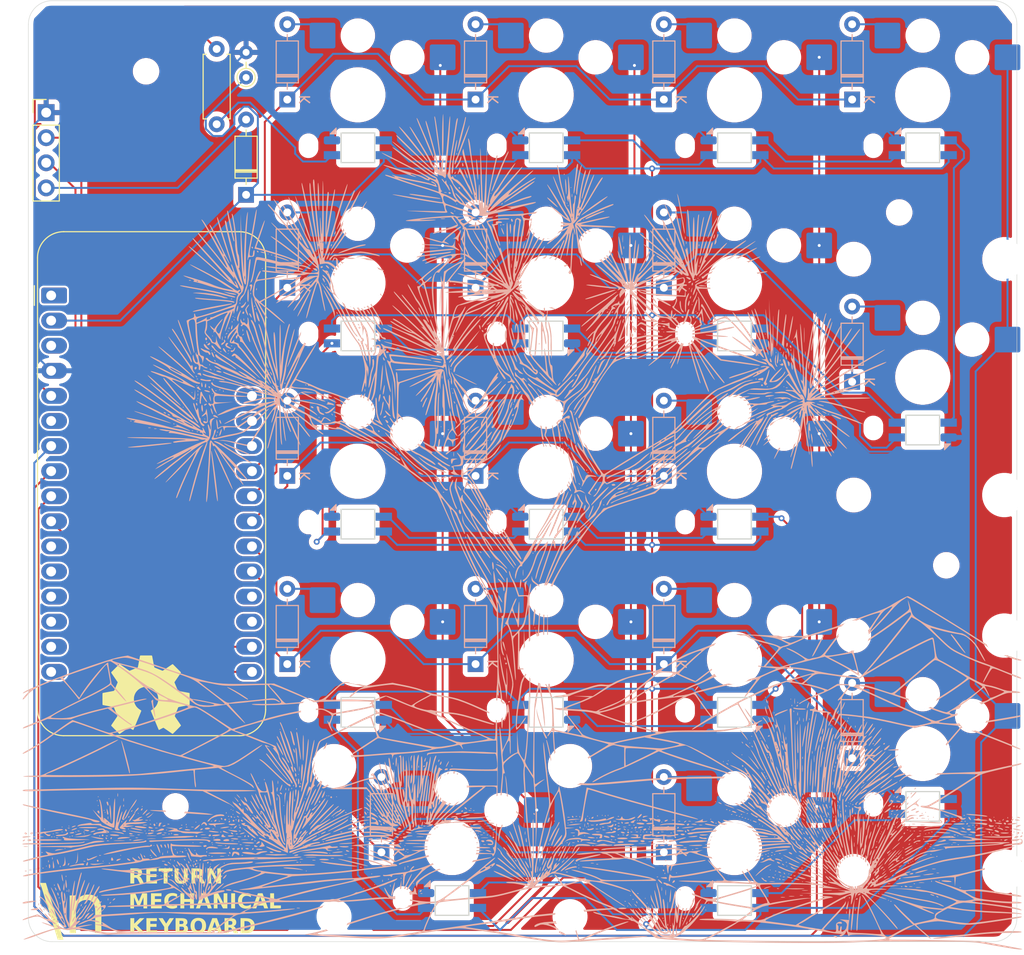
<source format=kicad_pcb>
(kicad_pcb (version 20240108) (generator "pcbnew") (generator_version "8.0")
  (layers (0 "F.Cu" signal) (31 "B.Cu" signal) (34 "B.Paste" user) (35 "F.Paste" user) (36 "B.SilkS" user "B.Silkscreen") (37 "F.SilkS" user "F.Silkscreen") (38 "B.Mask" user) (39 "F.Mask" user) (44 "Edge.Cuts" user))
  (net 0 "")
  (net 1 "+3.3V")
  (net 4 "LED_DIN")
  (net 12 "Net-(A1-SCL)")
  (net 13 "Net-(A1-SDA)")
  (net 19 "Net-(D1-A)")
  (net 20 "ROW0")
  (net 21 "Net-(D2-A)")
  (net 22 "Net-(D3-A)")
  (net 23 "Net-(D4-A)")
  (net 24 "ROW1")
  (net 25 "Net-(D5-A)")
  (net 26 "Net-(D6-A)")
  (net 27 "Net-(D7-A)")
  (net 28 "Net-(D8-A)")
  (net 29 "ROW2")
  (net 30 "Net-(D9-A)")
  (net 31 "Net-(D10-A)")
  (net 32 "Net-(D11-A)")
  (net 33 "ROW3")
  (net 34 "Net-(D13-A)")
  (net 35 "Net-(D14-A)")
  (net 36 "Net-(D15-A)")
  (net 37 "Net-(D16-A)")
  (net 38 "COL0")
  (net 39 "COL1")
  (net 40 "COL2")
  (net 41 "COL3")
  (net 42 "ROW4")
  (net 43 "Net-(D17-A)")
  (net 44 "Net-(D19-A)")
  (net 45 "Net-(D21-DOUT)")
  (net 46 "Net-(D22-DOUT)")
  (net 47 "Net-(D23-DOUT)")
  (net 48 "Net-(D24-DOUT)")
  (net 49 "Net-(D25-DOUT)")
  (net 50 "Net-(D26-DOUT)")
  (net 51 "Net-(D27-DOUT)")
  (net 52 "Net-(D28-DOUT)")
  (net 53 "Net-(D29-DOUT)")
  (net 54 "Net-(D30-DOUT)")
  (net 55 "Net-(D31-DOUT)")
  (net 56 "Net-(D32-DOUT)")
  (net 57 "Net-(D33-DOUT)")
  (net 58 "Net-(D34-DOUT)")
  (net 59 "Net-(D35-DOUT)")
  (net 60 "Net-(D12-DIN)")
  (net 62 "Net-(D18-A)")
  (net 63 "GND")
  (net 64 "Net-(D21-DIN)")
  (footprint "LOGO" (layer "F.Cu") (at 73.8203 46.43535)
    (property "Reference" "G***" (hide yes))
    (property "Value" "LOGO" (hide yes))
  )
  (footprint "Module:Adafruit_Feather" (layer "F.Cu") (at 26.11535 29.84)
    (property "Reference" "A1" (hide yes))
    (property "Value" "Adafruit_Feather_Generic")
  )
  (footprint "MountingHole:MountingHole_2.2mm_M2" (layer "F.Cu") (at 38.696125 81.559525)
    (property "Reference" "REF**" (hide yes))
    (property "Value" "MountingHole_2.2mm_M2" (hide yes))
  )
  (footprint "Keebio-Parts:SK6812-MINI-E" (layer "F.Cu") (at 95.252 33.933525)
    (property "Reference" "D26" (hide yes))
    (property "Value" "SK6812MINI" (hide yes))
    (fp_line (start -1.7 -1.5) (end 1.7 -1.5) (stroke (width 0.12)) (layer "Edge.Cuts"))
    (fp_line (start -1.7 1.5) (end -1.7 -1.5) (stroke (width 0.12)) (layer "Edge.Cuts"))
    (fp_line (start 1.7 -1.5) (end 1.7 1.5) (stroke (width 0.12)) (layer "Edge.Cuts"))
    (fp_line (start 1.7 1.5) (end -1.7 1.5) (stroke (width 0.12)) (layer "Edge.Cuts"))
  )
  (footprint "Keebio-Parts:SK6812-MINI-E" (layer "F.Cu") (at 95.252 72.034325)
    (property "Reference" "D32" (hide yes))
    (property "Value" "SK6812MINI" (hide yes))
    (fp_line (start -1.7 -1.5) (end 1.7 -1.5) (stroke (width 0.12)) (layer "Edge.Cuts"))
    (fp_line (start -1.7 1.5) (end -1.7 -1.5) (stroke (width 0.12)) (layer "Edge.Cuts"))
    (fp_line (start 1.7 -1.5) (end 1.7 1.5) (stroke (width 0.12)) (layer "Edge.Cuts"))
    (fp_line (start 1.7 1.5) (end -1.7 1.5) (stroke (width 0.12)) (layer "Edge.Cuts"))
  )
  (footprint "Keebio-Parts:SK6812-MINI-E" (layer "F.Cu") (at 95.252 52.983925 180)
    (property "Reference" "D31" (hide yes))
    (property "Value" "SK6812MINI" (hide yes))
    (fp_line (start 1.7 1.5) (end -1.7 1.5) (stroke (width 0.12)) (layer "Edge.Cuts"))
    (fp_line (start 1.7 -1.5) (end 1.7 1.5) (stroke (width 0.12)) (layer "Edge.Cuts"))
    (fp_line (start -1.7 1.5) (end -1.7 -1.5) (stroke (width 0.12)) (layer "Edge.Cuts"))
    (fp_line (start -1.7 -1.5) (end 1.7 -1.5) (stroke (width 0.12)) (layer "Edge.Cuts"))
  )
  (footprint "Keebio-Parts:SK6812-MINI-E" (layer "F.Cu") (at 57.1512 72.034325)
    (property "Reference" "D34" (hide yes))
    (property "Value" "SK6812MINI" (hide yes))
    (fp_line (start -1.7 -1.5) (end 1.7 -1.5) (stroke (width 0.12)) (layer "Edge.Cuts"))
    (fp_line (start -1.7 1.5) (end -1.7 -1.5) (stroke (width 0.12)) (layer "Edge.Cuts"))
    (fp_line (start 1.7 -1.5) (end 1.7 1.5) (stroke (width 0.12)) (layer "Edge.Cuts"))
    (fp_line (start 1.7 1.5) (end -1.7 1.5) (stroke (width 0.12)) (layer "Edge.Cuts"))
  )
  (footprint "MountingHole:MountingHole_2.2mm_M2" (layer "F.Cu") (at 116.6837 57.1512)
    (property "Reference" "REF**" (hide yes))
    (property "Value" "MountingHole_2.2mm_M2" (hide yes))
  )
  (footprint "Diode_THT:D_DO-35_SOD27_P7.62mm_Horizontal" (layer "F.Cu") (at 45.840025 19.645725 90)
    (property "Reference" "D18" (hide yes))
    (property "Value" "D_Small")
  )
  (footprint "Keebio-Parts:SK6812-MINI-E" (layer "F.Cu") (at 114.3024 81.559525 180)
    (property "Reference" "D12" (hide yes))
    (property "Value" "SK6812MINI" (hide yes))
    (fp_line (start 1.7 1.5) (end -1.7 1.5) (stroke (width 0.12)) (layer "Edge.Cuts"))
    (fp_line (start 1.7 -1.5) (end 1.7 1.5) (stroke (width 0.12)) (layer "Edge.Cuts"))
    (fp_line (start -1.7 1.5) (end -1.7 -1.5) (stroke (width 0.12)) (layer "Edge.Cuts"))
    (fp_line (start -1.7 -1.5) (end 1.7 -1.5) (stroke (width 0.12)) (layer "Edge.Cuts"))
  )
  (footprint "Keebio-Parts:SK6812-MINI-E" (layer "F.Cu") (at 57.1512 14.883125 180)
    (property "Reference" "D21" (hide yes))
    (property "Value" "SK6812MINI" (hide yes))
    (fp_line (start 1.7 1.5) (end -1.7 1.5) (stroke (width 0.12)) (layer "Edge.Cuts"))
    (fp_line (start 1.7 -1.5) (end 1.7 1.5) (stroke (width 0.12)) (layer "Edge.Cuts"))
    (fp_line (start -1.7 1.5) (end -1.7 -1.5) (stroke (width 0.12)) (layer "Edge.Cuts"))
    (fp_line (start -1.7 -1.5) (end 1.7 -1.5) (stroke (width 0.12)) (layer "Edge.Cuts"))
  )
  (footprint "Resistor_THT:R_Axial_DIN0207_L6.3mm_D2.5mm_P7.62mm_Horizontal" (layer "F.Cu") (at 42.8634 4.881825 -90)
    (property "Reference" "R1" (hide yes))
    (property "Value" "500")
  )
  (footprint "Keebio-Parts:SK6812-MINI-E" (layer "F.Cu") (at 76.2016 33.933525)
    (property "Reference" "D27" (hide yes))
    (property "Value" "SK6812MINI" (hide yes))
    (fp_line (start -1.7 -1.5) (end 1.7 -1.5) (stroke (width 0.12)) (layer "Edge.Cuts"))
    (fp_line (start -1.7 1.5) (end -1.7 -1.5) (stroke (width 0.12)) (layer "Edge.Cuts"))
    (fp_line (start 1.7 -1.5) (end 1.7 1.5) (stroke (width 0.12)) (layer "Edge.Cuts"))
    (fp_line (start 1.7 1.5) (end -1.7 1.5) (stroke (width 0.12)) (layer "Edge.Cuts"))
  )
  (footprint "Keebio-Parts:SK6812-MINI-E" (layer "F.Cu") (at 76.2016 14.883125 180)
    (property "Reference" "D22" (hide yes))
    (property "Value" "SK6812MINI" (hide yes))
    (fp_line (start 1.7 1.5) (end -1.7 1.5) (stroke (width 0.12)) (layer "Edge.Cuts"))
    (fp_line (start 1.7 -1.5) (end 1.7 1.5) (stroke (width 0.12)) (layer "Edge.Cuts"))
    (fp_line (start -1.7 1.5) (end -1.7 -1.5) (stroke (width 0.12)) (layer "Edge.Cuts"))
    (fp_line (start -1.7 -1.5) (end 1.7 -1.5) (stroke (width 0.12)) (layer "Edge.Cuts"))
  )
  (footprint "Keebio-Parts:SK6812-MINI-E" (layer "F.Cu") (at 95.252 14.883125 180)
    (property "Reference" "D23" (hide yes))
    (property "Value" "SK6812MINI" (hide yes))
    (fp_line (start 1.7 1.5) (end -1.7 1.5) (stroke (width 0.12)) (layer "Edge.Cuts"))
    (fp_line (start 1.7 -1.5) (end 1.7 1.5) (stroke (width 0.12)) (layer "Edge.Cuts"))
    (fp_line (start -1.7 1.5) (end -1.7 -1.5) (stroke (width 0.12)) (layer "Edge.Cuts"))
    (fp_line (start -1.7 -1.5) (end 1.7 -1.5) (stroke (width 0.12)) (layer "Edge.Cuts"))
  )
  (footprint "Alps_MX_Stabilizers:Alps-MX-Stabilizers-2U" (layer "F.Cu") (at 66.6764 85.7268 180)
    (property "Reference" "REF**" (hide yes))
    (property "Value" "2U" (hide yes))
  )
  (footprint "MountingHole:MountingHole_2.2mm_M2" (layer "F.Cu") (at 111.9211 21.4317)
    (property "Reference" "REF**" (hide yes))
    (property "Value" "MountingHole_2.2mm_M2" (hide yes))
  )
  (footprint "Keebio-Parts:SK6812-MINI-E" (layer "F.Cu") (at 66.6764 91.084725 180)
    (property "Reference" "D35" (hide yes))
    (property "Value" "SK6812MINI" (hide yes))
    (fp_line (start 1.7 1.5) (end -1.7 1.5) (stroke (width 0.12)) (layer "Edge.Cuts"))
    (fp_line (start 1.7 -1.5) (end 1.7 1.5) (stroke (width 0.12)) (layer "Edge.Cuts"))
    (fp_line (start -1.7 1.5) (end -1.7 -1.5) (stroke (width 0.12)) (layer "Edge.Cuts"))
    (fp_line (start -1.7 -1.5) (end 1.7 -1.5) (stroke (width 0.12)) (layer "Edge.Cuts"))
  )
  (footprint "Keebio-Parts:SK6812-MINI-E" (layer "F.Cu") (at 114.3024 14.883125 180)
    (property "Reference" "D24" (hide yes))
    (property "Value" "SK6812MINI" (hide yes))
    (fp_line (start 1.7 1.5) (end -1.7 1.5) (stroke (width 0.12)) (layer "Edge.Cuts"))
    (fp_line (start 1.7 -1.5) (end 1.7 1.5) (stroke (width 0.12)) (layer "Edge.Cuts"))
    (fp_line (start -1.7 1.5) (end -1.7 -1.5) (stroke (width 0.12)) (layer "Edge.Cuts"))
    (fp_line (start -1.7 -1.5) (end 1.7 -1.5) (stroke (width 0.12)) (layer "Edge.Cuts"))
  )
  (footprint "Keebio-Parts:SK6812-MINI-E" (layer "F.Cu") (at 57.1512 52.983925 180)
    (property "Reference" "D29" (hide yes))
    (property "Value" "SK6812MINI" (hide yes))
    (fp_line (start 1.7 1.5) (end -1.7 1.5) (stroke (width 0.12)) (layer "Edge.Cuts"))
    (fp_line (start 1.7 -1.5) (end 1.7 1.5) (stroke (width 0.12)) (layer "Edge.Cuts"))
    (fp_line (start -1.7 1.5) (end -1.7 -1.5) (stroke (width 0.12)) (layer "Edge.Cuts"))
    (fp_line (start -1.7 -1.5) (end 1.7 -1.5) (stroke (width 0.12)) (layer "Edge.Cuts"))
  )
  (footprint "Alps_MX_Stabilizers:Alps-MX-Stabilizers-2U-Vertical" (layer "F.Cu") (at 114.3024 38.1008 180)
    (property "Reference" "REF**" (hide yes))
    (property "Value" "2U-Vertical" (hide yes))
  )
  (footprint "LOGO" (layer "F.Cu") (at 35.7195 70.24835)
    (property "Reference" "G***" (hide yes))
    (property "Value" "LOGO" (hide yes))
  )
  (footprint "Keebio-Parts:SK6812-MINI-E" (layer "F.Cu") (at 76.2016 72.034325)
    (property "Reference" "D33" (hide yes))
    (property "Value" "SK6812MINI" (hide yes))
    (fp_line (start -1.7 -1.5) (end 1.7 -1.5) (stroke (width 0.12)) (layer "Edge.Cuts"))
    (fp_line (start -1.7 1.5) (end -1.7 -1.5) (stroke (width 0.12)) (layer "Edge.Cuts"))
    (fp_line (start 1.7 -1.5) (end 1.7 1.5) (stroke (width 0.12)) (layer "Edge.Cuts"))
    (fp_line (start 1.7 1.5) (end -1.7 1.5) (stroke (width 0.12)) (layer "Edge.Cuts"))
  )
  (footprint "Keebio-Parts:SK6812-MINI-E" (layer "F.Cu") (at 76.2016 52.983925 180)
    (property "Reference" "D30" (hide yes))
    (property "Value" "SK6812MINI" (hide yes))
    (fp_line (start 1.7 1.5) (end -1.7 1.5) (stroke (width 0.12)) (layer "Edge.Cuts"))
    (fp_line (start 1.7 -1.5) (end 1.7 1.5) (stroke (width 0.12)) (layer "Edge.Cuts"))
    (fp_line (start -1.7 1.5) (end -1.7 -1.5) (stroke (width 0.12)) (layer "Edge.Cuts"))
    (fp_line (start -1.7 -1.5) (end 1.7 -1.5) (stroke (width 0.12)) (layer "Edge.Cuts"))
  )
  (footprint "Connector_PinHeader_2.54mm:PinHeader_1x04_P2.54mm_Vertical" (layer "F.Cu") (at 25.613 11.3252)
    (property "Reference" "J1" (hide yes))
    (property "Value" "Conn_01x04")
  )
  (footprint "Keebio-Parts:SK6812-MINI-E" (layer "F.Cu") (at 114.3024 43.458725)
    (property "Reference" "D25" (hide yes))
    (property "Value" "SK6812MINI" (hide yes))
    (fp_line (start -1.7 -1.5) (end 1.7 -1.5) (stroke (width 0.12)) (layer "Edge.Cuts"))
    (fp_line (start -1.7 1.5) (end -1.7 -1.5) (stroke (width 0.12)) (layer "Edge.Cuts"))
    (fp_line (start 1.7 -1.5) (end 1.7 1.5) (stroke (width 0.12)) (layer "Edge.Cuts"))
    (fp_line (start 1.7 1.5) (end -1.7 1.5) (stroke (width 0.12)) (layer "Edge.Cuts"))
  )
  (footprint "MountingHole:MountingHole_2.2mm_M2" (layer "F.Cu") (at 35.7195 7.1439)
    (property "Reference" "REF**" (hide yes))
    (property "Value" "MountingHole_2.2mm_M2" (hide yes))
  )
  (footprint "Keebio-Parts:SK6812-MINI-E" (layer "F.Cu") (at 57.1512 33.933525)
    (property "Reference" "D28" (hide yes))
    (property "Value" "SK6812MINI" (hide yes))
    (fp_line (start -1.7 -1.5) (end 1.7 -1.5) (stroke (width 0.12)) (layer "Edge.Cuts"))
    (fp_line (start -1.7 1.5) (end -1.7 -1.5) (stroke (width 0.12)) (layer "Edge.Cuts"))
    (fp_line (start 1.7 -1.5) (end 1.7 1.5) (stroke (width 0.12)) (layer "Edge.Cuts"))
    (fp_line (start 1.7 1.5) (end -1.7 1.5) (stroke (width 0.12)) (layer "Edge.Cuts"))
  )
  (footprint "Resistor_THT:R_Axial_DIN0204_L3.6mm_D1.6mm_P2.54mm_Vertical" (layer "F.Cu") (at 45.840025 7.768575 90)
    (property "Reference" "C1" (hide yes))
    (property "Value" "1000uF")
  )
  (footprint "Keebio-Parts:SK6812-MINI-E" (layer "F.Cu") (at 95.252 91.084725 180)
    (property "Reference" "D36" (hide yes))
    (property "Value" "SK6812MINI" (hide yes))
    (fp_line (start 1.7 1.5) (end -1.7 1.5) (stroke (width 0.12)) (layer "Edge.Cuts"))
    (fp_line (start 1.7 -1.5) (end 1.7 1.5) (stroke (width 0.12)) (layer "Edge.Cuts"))
    (fp_line (start -1.7 1.5) (end -1.7 -1.5) (stroke (width 0.12)) (layer "Edge.Cuts"))
    (fp_line (start -1.7 -1.5) (end 1.7 -1.5) (stroke (width 0.12)) (layer "Edge.Cuts"))
  )
  (footprint "Alps_MX_Stabilizers:Alps-MX-Stabilizers-2U-Vertical" (layer "F.Cu") (at 114.3022 76.2016 180)
    (property "Reference" "REF**" (hide yes))
    (property "Value" "2U-Vertical" (hide yes))
  )
  (footprint "Kailh_PG1353_Hotswap:Kailh-PG1353-Hotswap-1U" (layer "B.Cu") (at 95.2518 47.6258 180)
    (property "Reference" "SW11" (hide yes))
    (property "Value" "SW_Push")
  )
  (footprint "Kailh_PG1353_Hotswap:Kailh-PG1353-Hotswap-1U" (layer "B.Cu") (at 114.3022 38.1008 180)
    (property "Reference" "SW8" (hide yes))
    (property "Value" "SW_Push")
  )
  (footprint "Kailh_PG1353_Hotswap:Kailh-PG1353-Hotswap-1U" (layer "B.Cu") (at 57.151 47.6258 180)
    (property "Reference" "SW9" (hide yes))
    (property "Value" "SW_Push")
  )
  (footprint "Diode_THT:D_DO-35_SOD27_P7.62mm_Horizontal" (layer "B.Cu") (at 59.5323 86.2029 90)
    (property "Reference" "D17" (hide yes))
    (property "Value" "D_Small")
  )
  (footprint "Kailh_PG1353_Hotswap:Kailh-PG1353-Hotswap-1U" (layer "B.Cu") (at 95.2518 9.525 180)
    (property "Reference" "SW3" (hide yes))
    (property "Value" "SW_Push")
  )
  (footprint "Diode_THT:D_DO-35_SOD27_P7.62mm_Horizontal" (layer "B.Cu") (at 50.0085 29.0517 90)
    (property "Reference" "D5" (hide yes))
    (property "Value" "D_Small")
  )
  (footprint "Diode_THT:D_DO-35_SOD27_P7.62mm_Horizontal" (layer "B.Cu") (at 107.1585 76.6777 90)
    (property "Reference" "D16" (hide yes))
    (property "Value" "D_Small")
  )
  (footprint "Diode_THT:D_DO-35_SOD27_P7.62mm_Horizontal" (layer "B.Cu") (at 88.1077 67.1525 90)
    (property "Reference" "D15" (hide yes))
    (property "Value" "D_Small")
  )
  (footprint "Diode_THT:D_DO-35_SOD27_P7.62mm_Horizontal" (layer "B.Cu") (at 69.0573 67.1525 90)
    (property "Reference" "D14" (hide yes))
    (property "Value" "D_Small")
  )
  (footprint "Diode_THT:D_DO-35_SOD27_P7.62mm_Horizontal" (layer "B.Cu") (at 69.0573 29.0517 90)
    (property "Reference" "D6" (hide yes))
    (property "Value" "D_Small")
  )
  (footprint "Kailh_PG1353_Hotswap:Kailh-PG1353-Hotswap-1U" (layer "B.Cu") (at 57.1518 28.5758 180)
    (property "Reference" "SW5" (hide yes))
    (property "Value" "SW_Push")
  )
  (footprint "Diode_THT:D_DO-35_SOD27_P7.62mm_Horizontal" (layer "B.Cu") (at 88.1077 86.2029 90)
    (property "Reference" "D19" (hide yes))
    (property "Value" "D_Small")
  )
  (footprint "Diode_THT:D_DO-35_SOD27_P7.62mm_Horizontal" (layer "B.Cu") (at 69.0573 10.0013 90)
    (property "Reference" "D2" (hide yes))
    (property "Value" "D_Small")
  )
  (footprint "Diode_THT:D_DO-35_SOD27_P7.62mm_Horizontal" (layer "B.Cu") (at 88.1077 29.0517 90)
    (property "Reference" "D7" (hide yes))
    (property "Value" "D_Small")
  )
  (footprint "Kailh_PG1353_Hotswap:Kailh-PG1353-Hotswap-1U" (layer "B.Cu") (at 114.3022 76.2016 180)
    (property "Reference" "SW16" (hide yes))
    (property "Value" "SW_Push")
  )
  (footprint "Kailh_PG1353_Hotswap:Kailh-PG1353-Hotswap-1U" (layer "B.Cu") (at 57.151 66.6762 180)
    (property "Reference" "SW13" (hide yes))
    (property "Value" "SW_Push")
  )
  (footprint "Kailh_PG1353_Hotswap:Kailh-PG1353-Hotswap-1U" (layer "B.Cu") (at 95.2518 28.5754 180)
    (property "Reference" "SW7" (hide yes))
    (property "Value" "SW_Push")
  )
  (footprint "Kailh_PG1353_Hotswap:Kailh-PG1353-Hotswap-1U" (layer "B.Cu") (at 76.2014 47.6258 180)
    (property "Reference" "SW10" (hide yes))
    (property "Value" "SW_Push")
  )
  (footprint "Diode_THT:D_DO-35_SOD27_P7.62mm_Horizontal" (layer "B.Cu") (at 88.1077 10.0013 90)
    (property "Reference" "D3" (hide yes))
    (property "Value" "D_Small")
  )
  (footprint "Kailh_PG1353_Hotswap:Kailh-PG1353-Hotswap-1U" (layer "B.Cu") (at 57.151 9.525 180)
    (property "Reference" "SW1" (hide yes))
    (property "Value" "SW_Push")
  )
  (footprint "Diode_THT:D_DO-35_SOD27_P7.62mm_Horizontal" (layer "B.Cu") (at 88.1077 48.1021 90)
    (property "Reference" "D11" (hide yes))
    (property "Value" "D_Small")
  )
  (footprint "Diode_THT:D_DO-35_SOD27_P7.62mm_Horizontal" (layer "B.Cu") (at 107.1581 38.5771 90)
    (property "Reference" "D8" (hide yes))
    (property "Value" "D_Small")
  )
  (footprint "Kailh_PG1353_Hotswap:Kailh-PG1353-Hotswap-1U" (layer "B.Cu") (at 76.2014 9.525 180)
    (property "Reference" "SW2" (hide yes))
    (property "Value" "SW_Push")
  )
  (footprint "Kailh_PG1353_Hotswap:Kailh-PG1353-Hotswap-1U" (layer "B.Cu") (at 76.2014 28.5754 180)
    (property "Reference" "SW6" (hide yes))
    (property "Value" "SW_Push")
  )
  (footprint "Kailh_PG1353_Hotswap:Kailh-PG1353-Hotswap-1U" (layer "B.Cu") (at 95.2518 85.7266 180)
    (property "Reference" "SW19" (hide yes))
    (property "Value" "SW_Push")
  )
  (footprint "Kailh_PG1353_Hotswap:Kailh-PG1353-Hotswap-1U" (layer "B.Cu") (at 114.3022 9.525 180)
    (property "Reference" "SW4" (hide yes))
    (property "Value" "SW_Push")
  )
  (footprint "Kailh_PG1353_Hotswap:Kailh-PG1353-Hotswap-1U" (layer "B.Cu") (at 76.2014 66.6762 180)
    (property "Reference" "SW14" (hide yes))
    (property "Value" "SW_Push")
  )
  (footprint "Diode_THT:D_DO-35_SOD27_P7.62mm_Horizontal" (layer "B.Cu") (at 50.0069 10.0013 90)
    (property "Reference" "D1" (hide yes))
    (property "Value" "D_Small")
  )
  (footprint "Diode_THT:D_DO-35_SOD27_P7.62mm_Horizontal" (layer "B.Cu") (at 50.0069 67.1525 90)
    (property "Reference" "D13" (hide yes))
    (property "Value" "D_Small")
  )
  (footprint "Diode_THT:D_DO-35_SOD27_P7.62mm_Horizontal" (layer "B.Cu") (at 50.0069 48.1021 90)
    (property "Reference" "D9" (hide yes))
    (property "Value" "D_Small")
  )
  (footprint "Kailh_PG1353_Hotswap:Kailh-PG1353-Hotswap-1U" (layer "B.Cu") (at 95.2518 66.6762 180)
    (property "Reference" "SW15" (hide yes))
    (property "Value" "SW_Push")
  )
  (footprint "Kailh_PG1353_Hotswap:Kailh-PG1353-Hotswap-1U" (layer "B.Cu") (at 66.6764 85.7266 180)
    (property "Reference" "SW17" (hide yes))
    (property "Value" "SW_Push")
  )
  (footprint "Diode_THT:D_DO-35_SOD27_P7.62mm_Horizontal" (layer "B.Cu") (at 69.0573 48.1021 90)
    (property "Reference" "D10" (hide yes))
    (property "Value" "D_Small")
  )
  (footprint "Diode_THT:D_DO-35_SOD27_P7.62mm_Horizontal" (layer "B.Cu") (at 107.1581 10.0013 90)
    (property "Reference" "D4" (hide yes))
    (property "Value" "D_Small")
  )
  (gr_arc (start 26.1943 95.252) (mid 24.510467 94.554533) (end 23.813 92.8707) (stroke (width 0.05)) (layer "Edge.Cuts"))
  (gr_line (start 123.8276 92.8707) (end 123.8276 2.3813) (stroke (width 0.05)) (layer "Edge.Cuts"))
  (gr_line (start 23.813 2.3813) (end 23.813 92.8707) (stroke (width 0.05)) (layer "Edge.Cuts"))
  (gr_arc (start 121.4463 0) (mid 123.130133 0.697467) (end 123.8276 2.3813) (stroke (width 0.05)) (layer "Edge.Cuts"))
  (gr_arc (start 123.8276 92.8707) (mid 123.130133 94.554533) (end 121.4463 95.252) (stroke (width 0.05)) (layer "Edge.Cuts"))
  (gr_line (start 26.1943 95.252) (end 121.4463 95.252) (stroke (width 0.05)) (layer "Edge.Cuts"))
  (gr_arc (start 23.813 2.3813) (mid 24.510467 0.697467) (end 26.1943 0) (stroke (width 0.05)) (layer "Edge.Cuts"))
  (gr_line (start 121.4463 0) (end 26.1943 0) (stroke (width 0.05)) (layer "Edge.Cuts"))
  (gr_text "RETURN\nMECHANICAL\nKEYBOARD" (at 33.933525 94.656675 0) (layer "F.SilkS") (effects (font (size 1.5 1.5) (thickness 0.3) (bold yes)) (justify left bottom)))
  (gr_text "\\n" (at 25.00365 95.252 0) (layer "F.SilkS") (effects (font (size 5 5) (thickness 0.1)) (justify left bottom)))
  (segment (start 86.91745 92.8707) (end 86.91745 69.653025) (width 0.2) (layer "F.Cu") (net 1))
  (segment (start 86.322125 93.466025) (end 86.91745 92.8707) (width 0.2) (layer "F.Cu") (net 1))
  (segment (start 86.91745 55.083925) (end 86.91745 31.833525) (width 0.2) (layer "F.Cu") (net 1))
  (segment (start 86.91745 69.653025) (end 86.91745 55.083925) (width 0.2) (layer "F.Cu") (net 1))
  (segment (start 86.91745 31.833525) (end 86.91745 16.983125) (width 0.2) (layer "F.Cu") (net 1))
  (via (at 86.91745 16.983125) (size 0.6) (drill 0.3) (layers "F.Cu" "B.Cu") (net 1))
  (via (at 86.91745 69.653025) (size 0.6) (drill 0.3) (layers "F.Cu" "B.Cu") (net 1))
  (via (at 86.91745 31.833525) (size 0.6) (drill 0.3) (layers "F.Cu" "B.Cu") (net 1))
  (via (at 86.91745 55.083925) (size 0.6) (drill 0.3) (layers "F.Cu" "B.Cu") (net 1))
  (via (at 86.322125 93.466025) (size 0.6) (drill 0.3) (layers "F.Cu" "B.Cu") (net 1))
  (segment (start 97.877 91.834725) (end 108.075728 91.834725) (width 0.2) (layer "B.Cu") (net 1))
  (segment (start 92.627 33.183525) (end 91.277 31.833525) (width 0.2) (layer "B.Cu") (net 1))
  (segment (start 55.202672 69.934325) (end 72.2266 69.934325) (width 0.2) (layer "B.Cu") (net 1))
  (segment (start 116.9274 16.306653) (end 116.9274 15.633125) (width 0.2) (layer "B.Cu") (net 1))
  (segment (start 98.214525 31.833525) (end 93.303472 31.833525) (width 0.2) (layer "B.Cu") (net 1))
  (segment (start 41.7634 11.8452) (end 41.7634 12.95746) (width 0.2) (layer "B.Cu") (net 1))
  (segment (start 72.2266 31.833525) (end 55.083925 31.833525) (width 0.2) (layer "B.Cu") (net 1))
  (segment (start 86.91745 69.653025) (end 90.9957 69.653025) (width 0.2) (layer "B.Cu") (net 1))
  (segment (start 97.877 16.306653) (end 97.877 15.633125) (width 0.2) (layer "B.Cu") (net 1))
  (segment (start 61.1262 16.983125) (end 78.150128 16.983125) (width 0.2) (layer "B.Cu") (net 1))
  (segment (start 55.083925 31.833525) (end 54.5262 32.39125) (width 0.2) (layer "B.Cu") (net 1))
  (segment (start 80.1766 16.983125) (end 86.91745 16.983125) (width 0.2) (layer "B.Cu") (net 1))
  (segment (start 54.5262 71.284325) (end 54.5262 70.610797) (width 0.2) (layer "B.Cu") (net 1))
  (segment (start 111.6774 42.708725) (end 108.645775 39.6771) (width 0.2) (layer "B.Cu") (net 1))
  (segment (start 43.458725 13.692475) (end 44.649375 12.501825) (width 0.2) (layer "B.Cu") (net 1))
  (segment (start 54.5262 70.610797) (end 55.202672 69.934325) (width 0.2) (layer "B.Cu") (net 1))
  (segment (start 97.877 54.407453) (end 97.877 53.733925) (width 0.2) (layer "B.Cu") (net 1))
  (segment (start 97.200528 55.083925) (end 97.877 54.407453) (width 0.2) (layer "B.Cu") (net 1))
  (segment (start 44.649375 12.501825) (end 44.649375 11.66074) (width 0.2) (layer "B.Cu") (net 1))
  (segment (start 106.0581 39.6771) (end 98.214525 31.833525) (width 0.2) (layer "B.Cu") (net 1))
  (segment (start 97.877 15.633125) (end 99.227 16.983125) (width 0.2) (layer "B.Cu") (net 1))
  (segment (start 59.7762 16.306653) (end 56.437128 19.645725) (width 0.2) (layer "B.Cu") (net 1))
  (segment (start 56.437128 19.645725) (end 45.840025 19.645725) (width 0.2) (layer "B.Cu") (net 1))
  (segment (start 74.253072 31.833525) (end 73.5766 32.509997) (width 0.2) (layer "B.Cu") (net 1))
  (segment (start 86.91745 16.983125) (end 97.200528 16.983125) (width 0.2) (layer "B.Cu") (net 1))
  (segment (start 73.5766 71.284325) (end 73.5766 70.610797) (width 0.2) (layer "B.Cu") (net 1))
  (segment (start 93.303472 31.833525) (end 92.627 32.509997) (width 0.2) (layer "B.Cu") (net 1))
  (segment (start 78.8266 16.306653) (end 78.8266 15.633125) (width 0.2) (layer "B.Cu") (net 1))
  (segment (start 86.91745 55.083925) (end 97.200528 55.083925) (width 0.2) (layer "B.Cu") (net 1))
  (segment (start 92.627 32.509997) (end 92.627 33.183525) (width 0.2) (layer "B.Cu") (net 1))
  (segment (start 108.075728 91.834725) (end 116.9274 82.983053) (width 0.2) (layer "B.Cu") (net 1))
  (segment (start 33.10575 32.38) (end 26.11535 32.38) (width 0.2) (layer "B.Cu") (net 1))
  (segment (start 80.1766 55.083925) (end 86.91745 55.083925) (width 0.2) (layer "B.Cu") (net 1))
  (segment (start 59.7762 53.733925) (end 61.1262 55.083925) (width 0.2) (layer "B.Cu") (net 1))
  (segment (start 59.7762 15.633125) (end 61.1262 16.983125) (width 0.2) (layer "B.Cu") (net 1))
  (segment (start 42.498415 13.692475) (end 43.458725 13.692475) (width 0.2) (layer "B.Cu") (net 1))
  (segment (start 45.840025 7.768575) (end 41.7634 11.8452) (width 0.2) (layer "B.Cu") (net 1))
  (segment (start 78.8266 53.733925) (end 80.1766 55.083925) (width 0.2) (layer "B.Cu") (net 1))
  (segment (start 91.277 31.833525) (end 74.253072 31.833525) (width 0.2) (layer "B.Cu") (net 1))
  (segment (start 73.5766 32.509997) (end 73.5766 33.183525) (width 0.2) (layer "B.Cu") (net 1))
  (segment (start 69.3014 91.834725) (end 71.528025 94.06135) (width 0.2) (layer "B.Cu") (net 1))
  (segment (start 78.150128 16.983125) (end 78.8266 16.306653) (width 0.2) (layer "B.Cu") (net 1))
  (segment (start 86.322125 94.06135) (end 96.323902 94.06135) (width 0.2) (layer "B.Cu") (net 1))
  (segment (start 78.8266 15.633125) (end 80.1766 16.983125) (width 0.2) (layer "B.Cu") (net 1))
  (segment (start 54.5262 32.39125) (end 54.5262 33.183525) (width 0.2) (layer "B.Cu") (net 1))
  (segment (start 44.649375 11.66074) (end 45.594265 10.71585) (width 0.2) (layer "B.Cu") (net 1))
  (segment (start 97.200528 16.983125) (end 97.877 16.306653) (width 0.2) (layer "B.Cu") (net 1))
  (segment (start 80.12195 90.8378) (end 83.3455 94.06135) (width 0.2) (layer "B.Cu") (net 1))
  (segment (start 96.323903 94.06135) (end 96.383276 94.001976) (width 0.2) (layer "B.Cu") (net 1))
  (segment (start 96.383276 94.001976) (end 97.877 92.508253) (width 0.2) (layer "B.Cu") (net 1))
  (segment (start 78.150128 55.083925) (end 78.8266 54.407453) (width 0.2) (layer "B.Cu") (net 1))
  (segment (start 116.9274 82.983053) (end 116.9274 82.309525) (width 0.2) (layer "B.Cu") (net 1))
  (segment (start 73.5766 33.183525) (end 72.2266 31.833525) (width 0.2) (layer "B.Cu") (net 1))
  (segment (start 71.528025 94.06135) (end 74.751575 90.8378) (width 0.2) (layer "B.Cu") (net 1))
  (segment (start 45.594265 10.71585) (end 46.085785 10.71585) (width 0.2) (layer "B.Cu") (net 1))
  (segment (start 96.323902 94.06135) (end 96.383276 94.001976) (width 0.2) (layer "B.Cu") (net 1))
  (segment (start 45.840025 19.645725) (end 33.10575 32.38) (width 0.2) (layer "B.Cu") (net 1))
  (segment (start 41.7634 12.95746) (end 42.498415 13.692475) (width 0.2) (layer "B.Cu") (net 1))
  (segment (start 72.2266 69.934325) (end 73.5766 71.284325) (width 0.2) (layer "B.Cu") (net 1))
  (segment (start 47.030675 18.455075) (end 45.840025 19.645725) (width 0.2) (layer "B.Cu") (net 1))
  (segment (start 97.877 92.508253) (end 97.877 91.834725) (width 0.2) (layer "B.Cu") (net 1))
  (segment (start 99.227 16.983125) (end 116.250928 16.983125) (width 0.2) (layer "B.Cu") (net 1))
  (segment (start 74.751575 90.8378) (end 80.12195 90.8378) (width 0.2) (layer "B.Cu") (net 1))
  (segment (start 116.250928 16.983125) (end 116.9274 16.306653) (width 0.2) (layer "B.Cu") (net 1))
  (segment (start 47.030675 11.66074) (end 47.030675 18.455075) (width 0.2) (layer "B.Cu") (net 1))
  (segment (start 78.8266 54.407453) (end 78.8266 53.733925) (width 0.2) (layer "B.Cu") (net 1))
  (segment (start 90.9957 69.653025) (end 92.627 71.284325) (width 0.2) (layer "B.Cu") (net 1))
  (segment (start 73.5766 70.610797) (end 74.534372 69.653025) (width 0.2) (layer "B.Cu") (net 1))
  (segment (start 86.322125 94.06135) (end 86.322125 93.466025) (width 0.2) (layer "B.Cu") (net 1))
  (segment (start 46.085785 10.71585) (end 47.030675 11.66074) (width 0.2) (layer "B.Cu") (net 1))
  (segment (start 108.645775 39.6771) (end 106.0581 39.6771) (width 0.2) (layer "B.Cu") (net 1))
  (segment (start 74.534372 69.653025) (end 86.91745 69.653025) (width 0.2) (layer "B.Cu") (net 1))
  (segment (start 83.3455 94.06135) (end 86.322125 94.06135) (width 0.2) (layer "B.Cu") (net 1))
  (segment (start 59.7762 15.633125) (end 59.7762 16.306653) (width 0.2) (layer "B.Cu") (net 1))
  (segment (start 61.1262 55.083925) (end 78.150128 55.083925) (width 0.2) (layer "B.Cu") (net 1))
  (segment (start 31.552225 1.19065) (end 39.172225 1.19065) (width 0.2) (layer "F.Cu") (net 4))
  (segment (start 24.463 38.34765) (end 24.463 13.042475) (width 0.2) (layer "F.Cu") (net 4))
  (segment (start 24.463 13.042475) (end 25.030275 12.4752) (width 0.2) (layer "F.Cu") (net 4))
  (segment (start 25.030275 12.4752) (end 24.463 12.4752) (width 0.2) (layer "F.Cu") (net 4))
  (segment (start 24.463 8.279875) (end 31.552225 1.19065) (width 0.2) (layer "F.Cu") (net 4))
  (segment (start 39.172225 1.19065) (end 42.8634 4.881825) (width 0.2) (layer "F.Cu") (net 4))
  (segment (start 26.11535 40) (end 24.463 38.34765) (width 0.2) (layer "F.Cu") (net 4))
  (segment (start 24.463 12.4752) (end 24.463 8.279875) (width 0.2) (layer "F.Cu") (net 4))
  (segment (start 29.170925 15.825489) (end 27.210636 13.8652) (width 0.2) (layer "F.Cu") (net 12))
  (segment (start 29.170925 15.825489) (end 29.170925 54.174575) (width 0.2) (layer "F.Cu") (net 12))
  (segment (start 29.170925 54.174575) (end 40.39635 65.4) (width 0.2) (layer "F.Cu") (net 12))
  (segment (start 40.39635 65.4) (end 46.43535 65.4) (width 0.2) (layer "F.Cu") (net 12))
  (segment (start 27.210636 13.8652) (end 25.613 13.8652) (width 0.2) (layer "F.Cu") (net 12))
  (segment (start 46.43535 67.94) (end 42.341025 67.94) (width 0.2) (layer "F.Cu") (net 13))
  (segment (start 25.9304 16.4052) (end 25.613 16.4052) (width 0.2) (layer "F.Cu") (net 13))
  (segment (start 42.341025 67.94) (end 28.5756 54.174575) (width 0.2) (layer "F.Cu") (net 13))
  (segment (start 28.5756 19.0504) (end 25.9304 16.4052) (width 0.2) (layer "F.Cu") (net 13))
  (segment (start 28.5756 54.174575) (end 28.5756 19.0504) (width 0.2) (layer "F.Cu") (net 13))
  (segment (start 50.0069 2.3813) (end 52.4323 2.3813) (width 0.2) (layer "B.Cu") (net 19))
  (segment (start 52.4323 2.3813) (end 53.576 3.525) (width 0.2) (layer "B.Cu") (net 19))
  (segment (start 47.73535 46.32) (end 46.43535 47.62) (width 0.2) (layer "F.Cu") (net 20))
  (segment (start 47.73535 12.27285) (end 47.73535 46.32) (width 0.2) (layer "F.Cu") (net 20))
  (segment (start 50.0069 10.0013) (end 47.73535 12.27285) (width 0.2) (layer "F.Cu") (net 20))
  (segment (start 79.25465 6.625) (end 82.63095 10.0013) (width 0.2) (layer "B.Cu") (net 20))
  (segment (start 72.4336 6.625) (end 79.25465 6.625) (width 0.2) (layer "B.Cu") (net 20))
  (segment (start 98.30505 6.625) (end 101.68135 10.0013) (width 0.2) (layer "B.Cu") (net 20))
  (segment (start 101.68135 10.0013) (end 107.1581 10.0013) (width 0.2) (layer "B.Cu") (net 20))
  (segment (start 88.1077 10.0013) (end 91.484 6.625) (width 0.2) (layer "B.Cu") (net 20))
  (segment (start 82.63095 10.0013) (end 88.1077 10.0013) (width 0.2) (layer "B.Cu") (net 20))
  (segment (start 59.184705 5.375) (end 63.811005 10.0013) (width 0.2) (layer "B.Cu") (net 20))
  (segment (start 54.6332 5.375) (end 59.184705 5.375) (width 0.2) (layer "B.Cu") (net 20))
  (segment (start 91.484 6.625) (end 98.30505 6.625) (width 0.2) (layer "B.Cu") (net 20))
  (segment (start 69.0573 10.0013) (end 72.4336 6.625) (width 0.2) (layer "B.Cu") (net 20))
  (segment (start 63.811005 10.0013) (end 69.0573 10.0013) (width 0.2) (layer "B.Cu") (net 20))
  (segment (start 50.0069 10.0013) (end 54.6332 5.375) (width 0.2) (layer "B.Cu") (net 20))
  (segment (start 69.0573 2.3813) (end 71.4827 2.3813) (width 0.2) (layer "B.Cu") (net 21))
  (segment (start 71.4827 2.3813) (end 72.6264 3.525) (width 0.2) (layer "B.Cu") (net 21))
  (segment (start 90.5331 2.3813) (end 91.6768 3.525) (width 0.2) (layer "B.Cu") (net 22))
  (segment (start 88.1077 2.3813) (end 90.5331 2.3813) (width 0.2) (layer "B.Cu") (net 22))
  (segment (start 109.5835 2.3813) (end 110.7272 3.525) (width 0.2) (layer "B.Cu") (net 23))
  (segment (start 107.1581 2.3813) (end 109.5835 2.3813) (width 0.2) (layer "B.Cu") (net 23))
  (segment (start 48.9069 47.68845) (end 46.43535 50.16) (width 0.2) (layer "F.Cu") (net 24))
  (segment (start 50.0085 29.0517) (end 48.9069 30.1533) (width 0.2) (layer "F.Cu") (net 24))
  (segment (start 48.9069 30.1533) (end 48.9069 47.68845) (width 0.2) (layer "F.Cu") (net 24))
  (segment (start 72.4336 25.6754) (end 79.25465 25.6754) (width 0.2) (layer "B.Cu") (net 24))
  (segment (start 82.63095 29.0517) (end 88.1077 29.0517) (width 0.2) (layer "B.Cu") (net 24))
  (segment (start 96.453019 25.6754) (end 107.1581 36.380481) (width 0.2) (layer "B.Cu") (net 24))
  (segment (start 60.435505 25.6758) (end 63.811405 29.0517) (width 0.2) (layer "B.Cu") (net 24))
  (segment (start 53.3844 25.6758) (end 60.435505 25.6758) (width 0.2) (layer "B.Cu") (net 24))
  (segment (start 107.1581 36.380481) (end 107.1581 38.5771) (width 0.2) (layer "B.Cu") (net 24))
  (segment (start 79.25465 25.6754) (end 82.63095 29.0517) (width 0.2) (layer "B.Cu") (net 24))
  (segment (start 88.1077 29.0517) (end 91.484 25.6754) (width 0.2) (layer "B.Cu") (net 24))
  (segment (start 63.811405 29.0517) (end 69.0573 29.0517) (width 0.2) (layer "B.Cu") (net 24))
  (segment (start 50.0085 29.0517) (end 53.3844 25.6758) (width 0.2) (layer "B.Cu") (net 24))
  (segment (start 91.484 25.6754) (end 96.453019 25.6754) (width 0.2) (layer "B.Cu") (net 24))
  (segment (start 69.0573 29.0517) (end 72.4336 25.6754) (width 0.2) (layer "B.Cu") (net 24))
  (segment (start 50.0085 21.4317) (end 52.4327 21.4317) (width 0.2) (layer "B.Cu") (net 25))
  (segment (start 52.4327 21.4317) (end 53.5768 22.5758) (width 0.2) (layer "B.Cu") (net 25))
  (segment (start 69.0573 21.4317) (end 71.4827 21.4317) (width 0.2) (layer "B.Cu") (net 26))
  (segment (start 71.4827 21.4317) (end 72.6264 22.5754) (width 0.2) (layer "B.Cu") (net 26))
  (segment (start 90.5331 21.4317) (end 91.6768 22.5754) (width 0.2) (layer "B.Cu") (net 27))
  (segment (start 88.1077 21.4317) (end 90.5331 21.4317) (width 0.2) (layer "B.Cu") (net 27))
  (segment (start 107.1581 30.9571) (end 109.5835 30.9571) (width 0.2) (layer "B.Cu") (net 28))
  (segment (start 109.5835 30.9571) (end 110.7272 32.1008) (width 0.2) (layer "B.Cu") (net 28))
  (segment (start 50.0069 49.12845) (end 46.43535 52.7) (width 0.2) (layer "F.Cu") (net 29))
  (segment (start 50.0069 48.1021) (end 50.0069 49.12845) (width 0.2) (layer "F.Cu") (net 29))
  (segment (start 69.0573 48.1021) (end 72.4336 44.7258) (width 0.2) (layer "B.Cu") (net 29))
  (segment (start 81.460625 48.1021) (end 88.1077 48.1021) (width 0.2) (layer "B.Cu") (net 29))
  (segment (start 78.084325 44.7258) (end 81.460625 48.1021) (width 0.2) (layer "B.Cu") (net 29))
  (segment (start 60.20425 44.7258) (end 63.58055 48.1021) (width 0.2) (layer "B.Cu") (net 29))
  (segment (start 72.4336 44.7258) (end 78.084325 44.7258) (width 0.2) (layer "B.Cu") (net 29))
  (segment (start 50.0069 48.1021) (end 53.3832 44.7258) (width 0.2) (layer "B.Cu") (net 29))
  (segment (start 53.3832 44.7258) (end 60.20425 44.7258) (width 0.2) (layer "B.Cu") (net 29))
  (segment (start 63.58055 48.1021) (end 69.0573 48.1021) (width 0.2) (layer "B.Cu") (net 29))
  (segment (start 50.0069 40.4821) (end 52.4323 40.4821) (width 0.2) (layer "B.Cu") (net 30))
  (segment (start 52.4323 40.4821) (end 53.576 41.6258) (width 0.2) (layer "B.Cu") (net 30))
  (segment (start 71.4827 40.4821) (end 72.6264 41.6258) (width 0.2) (layer "B.Cu") (net 31))
  (segment (start 69.0573 40.4821) (end 71.4827 40.4821) (width 0.2) (layer "B.Cu") (net 31))
  (segment (start 90.5331 40.4821) (end 91.6768 41.6258) (width 0.2) (layer "B.Cu") (net 32))
  (segment (start 88.1077 40.4821) (end 90.5331 40.4821) (width 0.2) (layer "B.Cu") (net 32))
  (segment (start 48.9069 66.0525) (end 48.9069 57.71155) (width 0.2) (layer "F.Cu") (net 33))
  (segment (start 50.0069 67.1525) (end 48.9069 66.0525) (width 0.2) (layer "F.Cu") (net 33))
  (segment (start 48.9069 57.71155) (end 46.43535 55.24) (width 0.2) (layer "F.Cu") (net 33))
  (segment (start 107.1585 74.481681) (end 107.1585 76.6777) (width 0.2) (layer "B.Cu") (net 33))
  (segment (start 96.453019 63.7762) (end 107.1585 74.481681) (width 0.2) (layer "B.Cu") (net 33))
  (segment (start 82.63095 67.1525) (end 88.1077 67.1525) (width 0.2) (layer "B.Cu") (net 33))
  (segment (start 88.1077 67.1525) (end 88.227325 67.1525) (width 0.2) (layer "B.Cu") (net 33))
  (segment (start 72.4336 63.7762) (end 79.25465 63.7762) (width 0.2) (layer "B.Cu") (net 33))
  (segment (start 91.603625 63.7762) (end 96.453019 63.7762) (width 0.2) (layer "B.Cu") (net 33))
  (segment (start 63.811005 67.1525) (end 69.0573 67.1525) (width 0.2) (layer "B.Cu") (net 33))
  (segment (start 88.227325 67.1525) (end 91.603625 63.7762) (width 0.2) (layer "B.Cu") (net 33))
  (segment (start 79.25465 63.7762) (end 82.63095 67.1525) (width 0.2) (layer "B.Cu") (net 33))
  (segment (start 50.0069 67.1525) (end 53.3832 63.7762) (width 0.2) (layer "B.Cu") (net 33))
  (segment (start 69.0573 67.1525) (end 72.4336 63.7762) (width 0.2) (layer "B.Cu") (net 33))
  (segment (start 53.3832 63.7762) (end 60.434705 63.7762) (width 0.2) (layer "B.Cu") (net 33))
  (segment (start 60.434705 63.7762) (end 63.811005 67.1525) (width 0.2) (layer "B.Cu") (net 33))
  (segment (start 52.4323 59.5325) (end 53.576 60.6762) (width 0.2) (layer "B.Cu") (net 34))
  (segment (start 50.0069 59.5325) (end 52.4323 59.5325) (width 0.2) (layer "B.Cu") (net 34))
  (segment (start 71.4827 59.5325) (end 72.6264 60.6762) (width 0.2) (layer "B.Cu") (net 35))
  (segment (start 69.0573 59.5325) (end 71.4827 59.5325) (width 0.2) (layer "B.Cu") (net 35))
  (segment (start 90.5331 59.5325) (end 91.6768 60.6762) (width 0.2) (layer "B.Cu") (net 36))
  (segment (start 88.1077 59.5325) (end 90.5331 59.5325) (width 0.2) (layer "B.Cu") (net 36))
  (segment (start 107.1585 69.0577) (end 109.5833 69.0577) (width 0.2) (layer "B.Cu") (net 37))
  (segment (start 109.5833 69.0577) (end 110.7272 70.2016) (width 0.2) (layer "B.Cu") (net 37))
  (segment (start 60.114025 93.66135) (end 55.709275 89.2566) (width 0.2) (layer "F.Cu") (net 38))
  (segment (start 70.843675 93.66135) (end 60.114025 93.66135) (width 0.2) (layer "F.Cu") (net 38))
  (segment (start 53.2214 89.2566) (end 48.81665 93.66135) (width 0.2) (layer "F.Cu") (net 38))
  (segment (start 48.81665 93.66135) (end 31.152225 93.66135) (width 0.2) (layer "F.Cu") (net 38))
  (segment (start 65.7268 43.825) (end 65.726 43.8258) (width 0.2) (layer "F.Cu") (net 38))
  (segment (start 28.01535 90.524475) (end 28.01535 54.6) (width 0.2) (layer "F.Cu") (net 38))
  (segment (start 65.7268 24.7758) (end 65.7268 43.825) (width 0.2) (layer "F.Cu") (net 38))
  (segment (start 65.48575 24.53475) (end 65.7268 24.7758) (width 0.2) (layer "F.Cu") (net 38))
  (segment (start 75.2514 81.9266) (end 75.2514 89.253625) (width 0.2) (layer "F.Cu") (net 38))
  (segment (start 75.2514 89.253625) (end 70.843675 93.66135) (width 0.2) (layer "F.Cu") (net 38))
  (segment (start 55.709275 89.2566) (end 53.2214 89.2566) (width 0.2) (layer "F.Cu") (net 38))
  (segment (start 28.01535 54.6) (end 26.11535 52.7) (width 0.2) (layer "F.Cu") (net 38))
  (segment (start 31.152225 93.66135) (end 28.01535 90.524475) (width 0.2) (layer "F.Cu") (net 38))
  (segment (start 65.48575 6.548575) (end 65.48575 24.53475) (width 0.2) (layer "F.Cu") (net 38))
  (segment (start 65.726 72.4012) (end 75.2514 81.9266) (width 0.2) (layer "F.Cu") (net 38))
  (segment (start 65.726 62.8762) (end 65.726 72.4012) (width 0.2) (layer "F.Cu") (net 38))
  (segment (start 65.726 43.8258) (end 65.726 62.8762) (width 0.2) (layer "F.Cu") (net 38))
  (via (at 65.726 43.8258) (size 0.6) (drill 0.3) (layers "F.Cu" "B.Cu") (net 38))
  (via (at 65.48575 6.548575) (size 0.6) (drill 0.3) (layers "F.Cu" "B.Cu") (net 38))
  (via (at 75.2514 81.9266) (size 0.6) (drill 0.3) (layers "F.Cu" "B.Cu") (net 38))
  (via (at 65.726 62.8762) (size 0.6) (drill 0.3) (layers "F.Cu" "B.Cu") (net 38))
  (via (at 65.7268 24.7758) (size 0.6) (drill 0.3) (layers "F.Cu" "B.Cu") (net 38))
  (segment (start 65.726 5.725) (end 65.726 6.308325) (width 0.2) (layer "B.Cu") (net 38))
  (segment (start 65.726 6.308325) (end 65.48575 6.548575) (width 0.2) (layer "B.Cu") (net 38))
  (segment (start 53.57925 90.4894) (end 50.0073 94.06135) (width 0.2) (layer "F.Cu") (net 39))
  (segment (start 29.170925 94.06135) (end 24.81535 89.705775) (width 0.2) (layer "F.Cu") (net 39))
  (segment (start 58.738186 94.06135) (end 55.166236 90.4894) (width 0.2) (layer "F.Cu") (net 39))
  (segment (start 24.81535 89.705775) (end 24.81535 51.46) (width 0.2) (layer "F.Cu") (net 39))
  (segment (start 84.7764 62.8762) (end 84.7764 88.753275) (width 0.2) (layer "F.Cu") (net 39))
  (segment (start 50.0073 94.06135) (end 29.170925 94.06135) (width 0.2) (layer "F.Cu") (net 39))
  (segment (start 84.7764 43.8258) (end 84.7764 62.8762) (width 0.2) (layer "F.Cu") (net 39))
  (segment (start 72.62965 94.06135) (end 58.738186 94.06135) (width 0.2) (layer "F.Cu") (net 39))
  (segment (start 84.7764 88.753275) (end 77.937725 88.753275) (width 0.2) (layer "F.Cu") (net 39))
  (segment (start 77.937725 88.753275) (end 72.62965 94.06135) (width 0.2) (layer "F.Cu") (net 39))
  (segment (start 85.131475 6.548575) (end 85.131475 24.420325) (width 0.2) (layer "F.Cu") (net 39))
  (segment (start 85.131475 24.420325) (end 84.7764 24.7754) (width 0.2) (layer "F.Cu") (net 39))
  (segment (start 55.166236 90.4894) (end 53.57925 90.4894) (width 0.2) (layer "F.Cu") (net 39))
  (segment (start 84.7764 24.7754) (end 84.7764 43.8258) (width 0.2) (layer "F.Cu") (net 39))
  (segment (start 24.81535 51.46) (end 26.11535 50.16) (width 0.2) (layer "F.Cu") (net 39))
  (via (at 84.7764 43.8258) (size 0.6) (drill 0.3) (layers "F.Cu" "B.Cu") (net 39))
  (via (at 84.7764 62.8762) (size 0.6) (drill 0.3) (layers "F.Cu" "B.Cu") (net 39))
  (via (at 84.7764 24.7754) (size 0.6) (drill 0.3) (layers "F.Cu" "B.Cu") (net 39))
  (via (at 85.131475 6.548575) (size 0.6) (drill 0.3) (layers "F.Cu" "B.Cu") (net 39))
  (segment (start 84.7764 5.725) (end 84.7764 6.1935) (width 0.2) (layer "B.Cu") (net 39))
  (segment (start 84.7764 6.1935) (end 85.131475 6.548575) (width 0.2) (layer "B.Cu") (net 39))
  (segment (start 103.58655 81.559525) (end 103.58655 94.06135) (width 0.2) (layer "F.Cu") (net 40))
  (segment (start 103.8268 24.7754) (end 103.8268 5.725) (width 0.2) (layer "F.Cu") (net 40))
  (segment (start 103.8268 43.8258) (end 103.8268 24.7754) (width 0.2) (layer "F.Cu") (net 40))
  (segment (start 103.8268 62.8762) (end 103.8268 43.8258) (width 0.2) (layer "F.Cu") (net 40))
  (segment (start 103.58655 81.559525) (end 103.58655 63.11645) (width 0.2) (layer "F.Cu") (net 40))
  (segment (start 103.58655 63.11645) (end 103.8268 62.8762) (width 0.2) (layer "F.Cu") (net 40))
  (segment (start 24.413 91.68005) (end 24.413 49.32235) (width 0.2) (layer "F.Cu") (net 40))
  (segment (start 24.413 49.32235) (end 26.11535 47.62) (width 0.2) (layer "F.Cu") (net 40))
  (segment (start 27.38495 94.652) (end 24.413 91.68005) (width 0.2) (layer "F.Cu") (net 40))
  (segment (start 102.9959 94.652) (end 27.38495 94.652) (width 0.2) (layer "F.Cu") (net 40))
  (segment (start 103.58655 94.06135) (end 102.9959 94.652) (width 0.2) (layer "F.Cu") (net 40))
  (via (at 103.58655 81.559525) (size 0.6) (drill 0.3) (layers "F.Cu" "B.Cu") (net 40))
  (via (at 103.8268 24.7754) (size 0.6) (drill 0.3) (layers "F.Cu" "B.Cu") (net 40))
  (via (at 103.8268 5.725) (size 0.6) (drill 0.3) (layers "F.Cu" "B.Cu") (net 40))
  (via (at 103.8268 43.8258) (size 0.6) (drill 0.3) (layers "F.Cu" "B.Cu") (net 40))
  (via (at 103.8268 62.8762) (size 0.6) (drill 0.3) (layers "F.Cu" "B.Cu") (net 40))
  (segment (start 103.8268 81.9266) (end 103.8268 81.799775) (width 0.2) (layer "B.Cu") (net 40))
  (segment (start 103.8268 81.799775) (end 103.58655 81.559525) (width 0.2) (layer "B.Cu") (net 40))
  (segment (start 27.38495 94.652) (end 24.413 91.68005) (width 0.2) (layer "B.Cu") (net 41))
  (segment (start 122.8772 72.4016) (end 120.2133 75.0655) (width 0.2) (layer "B.Cu") (net 41))
  (segment (start 120.2133 92.91305) (end 118.47435 94.652) (width 0.2) (layer "B.Cu") (net 41))
  (segment (start 120.2133 75.0655) (end 120.2133 92.91305) (width 0.2) (layer "B.Cu") (net 41))
  (segment (start 119.660325 37.517675) (end 119.660325 69.184725) (width 0.2) (layer "B.Cu") (net 41))
  (segment (start 24.413 91.68005) (end 24.413 46.78235) (width 0.2) (layer "B.Cu") (net 41))
  (segment (start 118.47435 94.652) (end 27.38495 94.652) (width 0.2) (layer "B.Cu") (net 41))
  (segment (start 122.8772 5.725) (end 122.8772 34.3008) (width 0.2) (layer "B.Cu") (net 41))
  (segment (start 122.8772 34.3008) (end 119.660325 37.517675) (width 0.2) (layer "B.Cu") (net 41))
  (segment (start 119.660325 69.184725) (end 122.8772 72.4016) (width 0.2) (layer "B.Cu") (net 41))
  (segment (start 24.413 46.78235) (end 26.11535 45.08) (width 0.2) (layer "B.Cu") (net 41))
  (segment (start 59.5323 86.2029) (end 48.5069 75.1775) (width 0.2) (layer "F.Cu") (net 42))
  (segment (start 48.5069 75.1775) (end 48.5069 59.85155) (width 0.2) (layer "F.Cu") (net 42))
  (segment (start 48.5069 59.85155) (end 46.43535 57.78) (width 0.2) (layer "F.Cu") (net 42))
  (segment (start 59.5323 86.2029) (end 62.9086 82.8266) (width 0.2) (layer "B.Cu") (net 42))
  (segment (start 73.10575 86.2029) (end 88.1077 86.2029) (width 0.2) (layer "B.Cu") (net 42))
  (segment (start 62.9086 82.8266) (end 69.72945 82.8266) (width 0.2) (layer "B.Cu") (net 42))
  (segment (start 69.72945 82.8266) (end 73.10575 86.2029) (width 0.2) (layer "B.Cu") (net 42))
  (segment (start 60.676 79.7266) (end 59.5323 78.5829) (width 0.2) (layer "B.Cu") (net 43))
  (segment (start 63.1014 79.7266) (end 60.676 79.7266) (width 0.2) (layer "B.Cu") (net 43))
  (segment (start 88.1077 78.5829) (end 90.5331 78.5829) (width 0.2) (layer "B.Cu") (net 44))
  (segment (start 90.5331 78.5829) (end 91.6768 79.7266) (width 0.2) (layer "B.Cu") (net 44))
  (segment (start 72.934725 16.275) (end 73.5766 15.633125) (width 0.2) (layer "B.Cu") (net 45))
  (segment (start 60.1912 14.133125) (end 62.333075 16.275) (width 0.2) (layer "B.Cu") (net 45))
  (segment (start 59.7762 14.133125) (end 60.1912 14.133125) (width 0.2) (layer "B.Cu") (net 45))
  (segment (start 62.333075 16.275) (end 72.934725 16.275) (width 0.2) (layer "B.Cu") (net 45))
  (segment (start 78.8266 14.133125) (end 84.986689 14.133125) (width 0.2) (layer "B.Cu") (net 46))
  (segment (start 91.677 16.583125) (end 92.627 15.633125) (width 0.2) (layer "B.Cu") (net 46))
  (segment (start 84.986689 14.133125) (end 87.436689 16.583125) (width 0.2) (layer "B.Cu") (net 46))
  (segment (start 87.436689 16.583125) (end 91.677 16.583125) (width 0.2) (layer "B.Cu") (net 46))
  (segment (start 111.035525 16.275) (end 111.6774 15.633125) (width 0.2) (layer "B.Cu") (net 47))
  (segment (start 98.292 14.133125) (end 100.433875 16.275) (width 0.2) (layer "B.Cu") (net 47))
  (segment (start 100.433875 16.275) (end 111.035525 16.275) (width 0.2) (layer "B.Cu") (net 47))
  (segment (start 97.877 14.133125) (end 98.292 14.133125) (width 0.2) (layer "B.Cu") (net 47))
  (segment (start 117.4522 42.183925) (end 117.4522 16.943325) (width 0.2) (layer "B.Cu") (net 48))
  (segment (start 118.469675 15.2604) (end 117.3424 14.133125) (width 0.2) (layer "B.Cu") (net 48))
  (segment (start 118.469675 15.92585) (end 118.469675 15.2604) (width 0.2) (layer "B.Cu") (net 48))
  (segment (start 116.9274 42.708725) (end 117.4522 42.183925) (width 0.2) (layer "B.Cu") (net 48))
  (segment (start 117.4522 16.943325) (end 118.469675 15.92585) (width 0.2) (layer "B.Cu") (net 48))
  (segment (start 117.3424 14.133125) (end 116.9274 14.133125) (width 0.2) (layer "B.Cu") (net 48))
  (segment (start 109.136912 45.2447) (end 110.641425 45.2447) (width 0.2) (layer "B.Cu") (net 49))
  (segment (start 107.9522 44.059988) (end 109.136912 45.2447) (width 0.2) (layer "B.Cu") (net 49))
  (segment (start 97.877 33.183525) (end 98.292 33.183525) (width 0.2) (layer "B.Cu") (net 49))
  (segment (start 107.9522 42.843725) (end 107.9522 44.059988) (width 0.2) (layer "B.Cu") (net 49))
  (segment (start 98.292 33.183525) (end 107.9522 42.843725) (width 0.2) (layer "B.Cu") (net 49))
  (segment (start 110.641425 45.2447) (end 111.6774 44.208725) (width 0.2) (layer "B.Cu") (net 49))
  (segment (start 81.6916 35.633525) (end 91.677 35.633525) (width 0.2) (layer "B.Cu") (net 50))
  (segment (start 78.8266 33.183525) (end 79.2416 33.183525) (width 0.2) (layer "B.Cu") (net 50))
  (segment (start 91.677 35.633525) (end 92.627 34.683525) (width 0.2) (layer "B.Cu") (net 50))
  (segment (start 79.2416 33.183525) (end 81.6916 35.633525) (width 0.2) (layer "B.Cu") (net 50))
  (segment (start 72.934725 35.3254) (end 73.5766 34.683525) (width 0.2) (layer "B.Cu") (net 51))
  (segment (start 60.1912 33.183525) (end 62.333075 35.3254) (width 0.2) (layer "B.Cu") (net 51))
  (segment (start 59.7762 33.183525) (end 60.1912 33.183525) (width 0.2) (layer "B.Cu") (net 51))
  (segment (start 62.333075 35.3254) (end 72.934725 35.3254) (width 0.2) (layer "B.Cu") (net 51))
  (segment (start 53.57925 54.174575) (end 53.57925 35.630475) (width 0.2) (layer "F.Cu") (net 52))
  (segment (start 52.983925 54.7699) (end 53.57925 54.174575) (width 0.2) (layer "F.Cu") (net 52))
  (segment (start 53.57925 35.630475) (end 54.5262 34.683525) (width 0.2) (layer "F.Cu") (net 52))
  (via (at 52.983925 54.7699) (size 0.6) (drill 0.3) (layers "F.Cu" "B.Cu") (net 52))
  (via (at 54.5262 34.683525) (size 0.6) (drill 0.3) (layers "F.Cu" "B.Cu") (net 52))
  (segment (start 54.5262 53.733925) (end 54.0199 53.733925) (width 0.2) (layer "B.Cu") (net 52))
  (segment (start 54.0199 53.733925) (end 52.983925 54.7699) (width 0.2) (layer "B.Cu") (net 52))
  (segment (start 62.333075 54.3758) (end 72.934725 54.3758) (width 0.2) (layer "B.Cu") (net 53))
  (segment (start 59.7762 52.233925) (end 60.1912 52.233925) (width 0.2) (layer "B.Cu") (net 53))
  (segment (start 60.1912 52.233925) (end 62.333075 54.3758) (width 0.2) (layer "B.Cu") (net 53))
  (segment (start 72.934725 54.3758) (end 73.5766 53.733925) (width 0.2) (layer "B.Cu") (net 53))
  (segment (start 78.8266 52.233925) (end 79.2416 52.233925) (width 0.2) (layer "B.Cu") (net 54))
  (segment (start 91.985125 54.3758) (end 92.627 53.733925) (width 0.2) (layer "B.Cu") (net 54))
  (segment (start 79.2416 52.233925) (end 81.383475 54.3758) (width 0.2) (layer "B.Cu") (net 54))
  (segment (start 81.383475 54.3758) (end 91.985125 54.3758) (width 0.2) (layer "B.Cu") (net 54))
  (segment (start 102.1018 66.9705) (end 102.1018 54.4758) (width 0.2) (layer "F.Cu") (net 55))
  (segment (start 99.419275 69.653025) (end 102.1018 66.9705) (width 0.2) (layer "F.Cu") (net 55))
  (segment (start 102.1018 54.4758) (end 100.0146 52.3886) (width 0.2) (layer "F.Cu") (net 55))
  (via (at 99.419275 69.653025) (size 0.6) (drill 0.3) (layers "F.Cu" "B.Cu") (net 55))
  (via (at 100.0146 52.3886) (size 0.6) (drill 0.3) (layers "F.Cu" "B.Cu") (net 55))
  (segment (start 97.877 71.284325) (end 97.877 71.1953) (width 0.2) (layer "B.Cu") (net 55))
  (segment (start 97.877 71.1953) (end 99.419275 69.653025) (width 0.2) (layer "B.Cu") (net 55))
  (segment (start 99.859925 52.233925) (end 97.877 52.233925) (width 0.2) (layer "B.Cu") (net 55))
  (segment (start 100.0146 52.3886) (end 99.859925 52.233925) (width 0.2) (layer "B.Cu") (net 55))
  (segment (start 79.2416 71.284325) (end 81.383475 73.4262) (width 0.2) (layer "B.Cu") (net 56))
  (segment (start 81.383475 73.4262) (end 91.985125 73.4262) (width 0.2) (layer "B.Cu") (net 56))
  (segment (start 91.985125 73.4262) (end 92.627 72.784325) (width 0.2) (layer "B.Cu") (net 56))
  (segment (start 78.8266 71.284325) (end 79.2416 71.284325) (width 0.2) (layer "B.Cu") (net 56))
  (segment (start 59.7762 71.284325) (end 60.1912 71.284325) (width 0.2) (layer "B.Cu") (net 57))
  (segment (start 72.540625 73.8203) (end 73.5766 72.784325) (width 0.2) (layer "B.Cu") (net 57))
  (segment (start 62.727175 73.8203) (end 72.540625 73.8203) (width 0.2) (layer "B.Cu") (net 57))
  (segment (start 60.1912 71.284325) (end 62.727175 73.8203) (width 0.2) (layer "B.Cu") (net 57))
  (segment (start 57.1512 76.082853) (end 54.5262 73.457853) (width 0.2) (layer "B.Cu") (net 58))
  (segment (start 57.1512 88.510588) (end 57.1512 76.082853) (width 0.2) (layer "B.Cu") (net 58))
  (segment (start 54.5262 73.457853) (end 54.5262 72.784325) (width 0.2) (layer "B.Cu") (net 58))
  (segment (start 63.409525 92.4766) (end 61.117212 92.4766) (width 0.2) (layer "B.Cu") (net 58))
  (segment (start 64.0514 91.834725) (end 63.409525 92.4766) (width 0.2) (layer "B.Cu") (net 58))
  (segment (start 61.117212 92.4766) (end 57.1512 88.510588) (width 0.2) (layer "B.Cu") (net 58))
  (segment (start 70.379525 89.2566) (end 69.3014 90.334725) (width 0.2) (layer "B.Cu") (net 59))
  (segment (start 82.9514 92.4766) (end 79.7314 89.2566) (width 0.2) (layer "B.Cu") (net 59))
  (segment (start 92.230862 92.230862) (end 91.985125 92.4766) (width 0.2) (layer "B.Cu") (net 59))
  (segment (start 92.230862 92.230862) (end 91.985124 92.4766) (width 0.2) (layer "B.Cu") (net 59))
  (segment (start 92.627 91.834725) (end 92.230862 92.230862) (width 0.2) (layer "B.Cu") (net 59))
  (segment (start 79.7314 89.2566) (end 70.379525 89.2566) (width 0.2) (layer "B.Cu") (net 59))
  (segment (start 91.985124 92.4766) (end 82.9514 92.4766) (width 0.2) (layer "B.Cu") (net 59))
  (segment (start 111.6774 82.309525) (end 111.035325 82.9516) (width 0.2) (layer "B.Cu") (net 60))
  (segment (start 107.397725 82.9516) (end 100.0146 90.334725) (width 0.2) (layer "B.Cu") (net 60))
  (segment (start 111.035325 82.9516) (end 107.397725 82.9516) (width 0.2) (layer "B.Cu") (net 60))
  (segment (start 100.0146 90.334725) (end 97.877 90.334725) (width 0.2) (layer "B.Cu") (net 60))
  (segment (start 45.840025 12.025725) (end 38.92055 18.9452) (width 0.2) (layer "B.Cu") (net 62))
  (segment (start 38.92055 18.9452) (end 25.613 18.9452) (width 0.2) (layer "B.Cu") (net 62))
  (segment (start 78.150128 36.033525) (end 78.8266 35.357053) (width 0.2) (layer "B.Cu") (net 63))
  (segment (start 65.085997 88.6266) (end 90.918875 88.6266) (width 0.2) (layer "B.Cu") (net 63))
  (segment (start 92.627 13.459597) (end 92.627 14.133125) (width 0.2) (layer "B.Cu") (net 63))
  (segment (start 116.9274 44.208725) (end 116.9274 44.882253) (width 0.2) (layer "B.Cu") (net 63))
  (segment (start 92.627 14.133125) (end 91.277 12.783125) (width 0.2) (layer "B.Cu") (net 63))
  (segment (start 97.200528 36.033525) (end 97.877 35.357053) (width 0.2) (layer "B.Cu") (net 63))
  (segment (start 92.627 89.924725) (end 92.65765 89.894075) (width 0.2) (layer "B.Cu") (net 63))
  (segment (start 97.877 35.357053) (end 97.877 34.683525) (width 0.2) (layer "B.Cu") (net 63))
  (segment (start 24.463 35.80765) (end 26.11535 37.46) (width 0.2) (layer "B.Cu") (net 63))
  (segment (start 78.064153 74.2203) (end 78.8266 73.457853) (width 0.2) (layer "B.Cu") (net 63))
  (segment (start 116.9274 44.882253) (end 116.164953 45.6447) (width 0.2) (layer "B.Cu") (net 63))
  (segment (start 108.838175 45.6447) (end 97.877 34.683525) (width 0.2) (layer "B.Cu") (net 63))
  (segment (start 55.202672 50.883925) (end 54.5262 51.560397) (width 0.2) (layer "B.Cu") (net 63))
  (segment (start 61.212175 74.2203) (end 78.064153 74.2203) (width 0.2) (layer "B.Cu") (net 63))
  (segment (start 59.7762 34.683525) (end 61.1262 36.033525) (width 0.2) (layer "B.Cu") (net 63))
  (segment (start 97.877 72.784325) (end 97.877 73.457853) (width 0.2) (layer "B.Cu") (net 63))
  (segment (start 108.743012 79.7516) (end 110.619475 79.7516) (width 0.2) (layer "B.Cu") (net 63))
  (segment (start 92.65765 89.630547) (end 93.584772 88.703425) (width 0.2) (layer "B.Cu") (net 63))
  (segment (start 73.5766 14.133125) (end 72.2266 12.783125) (width 0.2) (layer "B.Cu") (net 63))
  (segment (start 110.619475 79.7516) (end 111.6774 80.809525) (width 0.2) (layer "B.Cu") (net 63))
  (segment (start 92.627 90.334725) (end 92.627 89.924725) (width 0.2) (layer "B.Cu") (net 63))
  (segment (start 73.5766 51.560397) (end 73.5766 52.233925) (width 0.2) (layer "B.Cu") (net 63))
  (segment (start 72.2266 12.783125) (end 55.083925 12.783125) (width 0.2) (layer "B.Cu") (net 63))
  (segment (start 91.277 12.783125) (end 74.253072 12.783125) (width 0.2) (layer "B.Cu") (net 63))
  (segment (start 97.877 73.457853) (end 96.919228 74.415625) (width 0.2) (layer "B.Cu") (net 63))
  (segment (start 72.2266 50.883925) (end 55.202672 50.883925) (width 0.2) (layer "B.Cu") (net 63))
  (segment (start 78.8266 73.457853) (end 78.8266 72.784325) (width 0.2) (layer "B.Cu") (net 63))
  (segment (start 80.1766 36.033525) (end 97.200528 36.033525) (width 0.2) (layer "B.Cu") (net 63))
  (segment (start 73.5766 52.233925) (end 72.2266 50.883925) (width 0.2) (layer "B.Cu") (net 63))
  (segment (start 80.4579 74.415625) (end 78.8266 72.784325) (width 0.2) (layer "B.Cu") (net 63))
  (segment (start 54.5262 51.560397) (end 54.5262 52.233925) (width 0.2) (layer "B.Cu") (net 63))
  (segment (start 92.627 52.233925) (end 91.277 50.883925) (width 0.2) (layer "B.Cu") (net 63))
  (segment (start 111.6774 14.133125) (end 110.3274 12.783125) (width 0.2) (layer "B.Cu") (net 63))
  (segment (start 107.9522 81.36115) (end 107.9522 80.542412) (width 0.2) (layer "B.Cu") (net 63))
  (segment (start 116.164953 45.6447) (end 108.838175 45.6447) (width 0.2) (layer "B.Cu") (net 63))
  (segment (start 24.463 12.4752) (end 25.613 11.3252) (width 0.2) (layer "B.Cu") (net 63))
  (segment (start 39.7434 11.3252) (end 45.840025 5.228575) (width 0.2) (layer "B.Cu") (net 63))
  (segment (start 78.8266 35.357053) (end 78.8266 34.683525) (width 0.2) (layer "B.Cu") (net 63))
  (segment (start 24.463 35.80765) (end 24.463 12.4752) (width 0.2) (layer "B.Cu") (net 63))
  (segment (start 90.918875 88.6266) (end 92.627 90.334725) (width 0.2) (layer "B.Cu") (net 63))
  (segment (start 54.5262 13.34085) (end 54.5262 14.133125) (width 0.2) (layer "B.Cu") (net 63))
  (segment (start 74.253072 50.883925) (end 73.5766 51.560397) (width 0.2) (layer "B.Cu") (net 63))
  (segment (start 92.65765 89.894075) (end 92.65765 89.630547) (width 0.2) (layer "B.Cu") (net 63))
  (segment (start 64.0514 89.661197) (end 65.085997 88.6266) (width 0.2) (layer "B.Cu") (net 63))
  (segment (start 96.919228 74.415625) (end 80.4579 74.415625) (width 0.2) (layer "B.Cu") (net 63))
  (segment (start 25.613 11.3252) (end 39.7434 11.3252) (width 0.2) (layer "B.Cu") (net 63))
  (segment (start 91.277 50.883925) (end 74.253072 50.883925) (width 0.2) (layer "B.Cu") (net 63))
  (segment (start 61.1262 36.033525) (end 78.150128 36.033525) (width 0.2) (layer "B.Cu") (net 63))
  (segment (start 73.5766 13.459597) (end 73.5766 14.133125) (width 0.2) (layer "B.Cu") (net 63))
  (segment (start 59.7762 72.784325) (end 61.212175 74.2203) (width 0.2) (layer "B.Cu") (net 63))
  (segment (start 64.0514 90.334725) (end 64.0514 89.661197) (width 0.2) (layer "B.Cu") (net 63))
  (segment (start 93.303472 12.783125) (end 92.627 13.459597) (width 0.2) (layer "B.Cu") (net 63))
  (segment (start 74.253072 12.783125) (end 73.5766 13.459597) (width 0.2) (layer "B.Cu") (net 63))
  (segment (start 55.083925 12.783125) (end 54.5262 13.34085) (width 0.2) (layer "B.Cu") (net 63))
  (segment (start 110.3274 12.783125) (end 93.303472 12.783125) (width 0.2) (layer "B.Cu") (net 63))
  (segment (start 100.609925 88.703425) (end 107.9522 81.36115) (width 0.2) (layer "B.Cu") (net 63))
  (segment (start 78.8266 34.683525) (end 80.1766 36.033525) (width 0.2) (layer "B.Cu") (net 63))
  (segment (start 93.584772 88.703425) (end 100.609925 88.703425) (width 0.2) (layer "B.Cu") (net 63))
  (segment (start 107.9522 80.542412) (end 108.743012 79.7516) (width 0.2) (layer "B.Cu") (net 63))
  (segment (start 50.801 14.865379) (end 50.801 15.484188) (width 0.2) (layer "B.Cu") (net 64))
  (segment (start 42.8634 12.501825) (end 45.049375 10.31585) (width 0.2) (layer "B.Cu") (net 64))
  (segment (start 46.251471 10.31585) (end 50.801 14.865379) (width 0.2) (layer "B.Cu") (net 64))
  (segment (start 50.801 15.484188) (end 51.591812 16.275) (width 0.2) (layer "B.Cu") (net 64))
  (segment (start 45.049375 10.31585) (end 46.251471 10.31585) (width 0.2) (layer "B.Cu") (net 64))
  (segment (start 51.591812 16.275) (end 53.884325 16.275) (width 0.2) (layer "B.Cu") (net 64))
  (segment (start 53.884325 16.275) (end 54.5262 15.633125) (width 0.2) (layer "B.Cu") (net 64))
  (zone (net 63) (net_name "GND") (layers "F&B.Cu") (connect_pads (clearance 0.5)) (min_thickness 0.25) (fill yes (thermal_gap 0.5) (thermal_bridge_width 0.5))
    (polygon (pts (xy 23.813 2.3813) (xy 26.1943 0) (xy 121.4463 0) (xy 123.8276 2.976625) (xy 123.8276 92.8707) (xy 121.4463 95.252) (xy 26.1943 95.252) (xy 23.813 92.8707)))
  )
)
</source>
